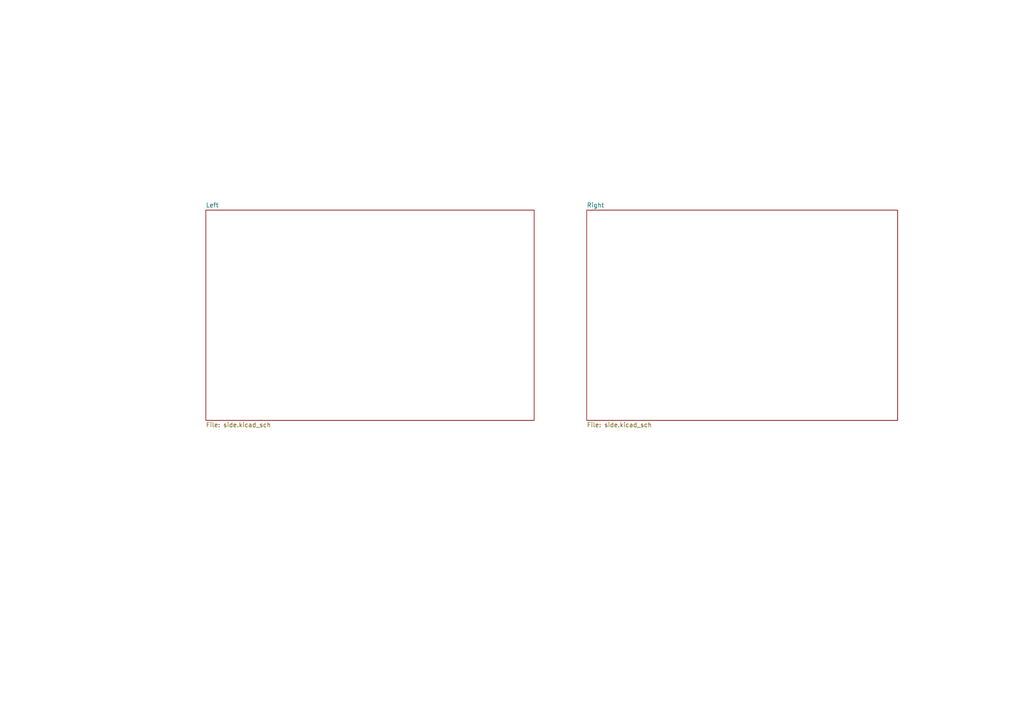
<source format=kicad_sch>
(kicad_sch
	(version 20250114)
	(generator "eeschema")
	(generator_version "9.0")
	(uuid "5c0825d9-c716-4482-b15b-296a0b2326a0")
	(paper "A4")
	(lib_symbols)
	(sheet
		(at 59.69 60.96)
		(size 95.25 60.96)
		(exclude_from_sim no)
		(in_bom yes)
		(on_board yes)
		(dnp no)
		(fields_autoplaced yes)
		(stroke
			(width 0.1524)
			(type solid)
		)
		(fill
			(color 0 0 0 0.0000)
		)
		(uuid "5d2562fb-6b69-4e0d-8b49-fa0180a9722a")
		(property "Sheetname" "Left"
			(at 59.69 60.2484 0)
			(effects
				(font
					(size 1.27 1.27)
				)
				(justify left bottom)
			)
		)
		(property "Sheetfile" "side.kicad_sch"
			(at 59.69 122.5046 0)
			(effects
				(font
					(size 1.27 1.27)
				)
				(justify left top)
			)
		)
		(instances
			(project "macroAll"
				(path "/5c0825d9-c716-4482-b15b-296a0b2326a0"
					(page "2")
				)
			)
		)
	)
	(sheet
		(at 170.18 60.96)
		(size 90.17 60.96)
		(exclude_from_sim no)
		(in_bom yes)
		(on_board yes)
		(dnp no)
		(fields_autoplaced yes)
		(stroke
			(width 0.1524)
			(type solid)
		)
		(fill
			(color 0 0 0 0.0000)
		)
		(uuid "94e840e0-5033-48c5-bd97-5fe36f56d7b1")
		(property "Sheetname" "Right"
			(at 170.18 60.2484 0)
			(effects
				(font
					(size 1.27 1.27)
				)
				(justify left bottom)
			)
		)
		(property "Sheetfile" "side.kicad_sch"
			(at 170.18 122.5046 0)
			(effects
				(font
					(size 1.27 1.27)
				)
				(justify left top)
			)
		)
		(instances
			(project "macroAll"
				(path "/5c0825d9-c716-4482-b15b-296a0b2326a0"
					(page "3")
				)
			)
		)
	)
	(sheet_instances
		(path "/"
			(page "1")
		)
	)
	(embedded_fonts no)
)

</source>
